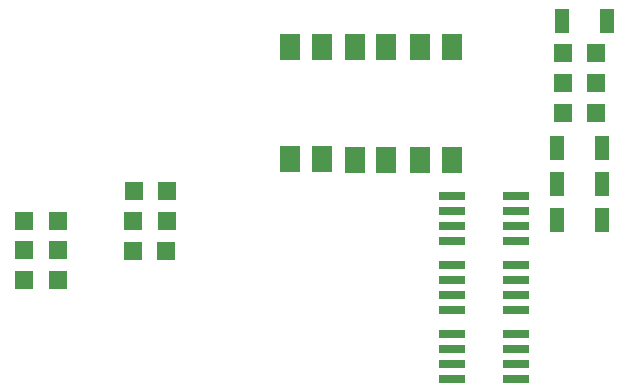
<source format=gbr>
%FSLAX34Y34*%
%MOMM*%
%LNSMDMASK_TOP*%
G71*
G01*
%ADD10R,1.600X1.600*%
%ADD11R,1.300X2.000*%
%ADD12R,1.700X2.300*%
%ADD13R,2.200X0.700*%
%LPD*%
X103172Y152250D02*
G54D10*
D03*
X75172Y152250D02*
G54D10*
D03*
X103172Y177253D02*
G54D10*
D03*
X75172Y177253D02*
G54D10*
D03*
X568235Y371131D02*
G54D11*
D03*
X530635Y371231D02*
G54D11*
D03*
X563857Y263821D02*
G54D11*
D03*
X526257Y263921D02*
G54D11*
D03*
X354666Y253917D02*
G54D12*
D03*
X381654Y253917D02*
G54D12*
D03*
X381654Y349092D02*
G54D12*
D03*
X354666Y349092D02*
G54D12*
D03*
X300038Y254075D02*
G54D12*
D03*
X327025Y254075D02*
G54D12*
D03*
X327025Y349250D02*
G54D12*
D03*
X300038Y349250D02*
G54D12*
D03*
X195062Y176867D02*
G54D10*
D03*
X167062Y176867D02*
G54D10*
D03*
X195458Y202267D02*
G54D10*
D03*
X167458Y202267D02*
G54D10*
D03*
X559491Y318987D02*
G54D10*
D03*
X531491Y318987D02*
G54D10*
D03*
X559491Y293587D02*
G54D10*
D03*
X531491Y293587D02*
G54D10*
D03*
X195855Y227667D02*
G54D10*
D03*
X167855Y227667D02*
G54D10*
D03*
X559491Y344387D02*
G54D10*
D03*
X531491Y344387D02*
G54D10*
D03*
X409832Y253917D02*
G54D12*
D03*
X436820Y253917D02*
G54D12*
D03*
X436820Y349092D02*
G54D12*
D03*
X409832Y349092D02*
G54D12*
D03*
X437301Y223282D02*
G54D13*
D03*
X437301Y210582D02*
G54D13*
D03*
X437301Y197882D02*
G54D13*
D03*
X437301Y185182D02*
G54D13*
D03*
X491301Y185182D02*
G54D13*
D03*
X491301Y197882D02*
G54D13*
D03*
X491301Y210582D02*
G54D13*
D03*
X491301Y223282D02*
G54D13*
D03*
X437301Y164941D02*
G54D13*
D03*
X437301Y152241D02*
G54D13*
D03*
X437301Y139542D02*
G54D13*
D03*
X437301Y126841D02*
G54D13*
D03*
X491301Y126841D02*
G54D13*
D03*
X491301Y139542D02*
G54D13*
D03*
X491301Y152241D02*
G54D13*
D03*
X491301Y164942D02*
G54D13*
D03*
X437301Y106601D02*
G54D13*
D03*
X437301Y93901D02*
G54D13*
D03*
X437301Y81201D02*
G54D13*
D03*
X437301Y68501D02*
G54D13*
D03*
X491301Y68501D02*
G54D13*
D03*
X491301Y81201D02*
G54D13*
D03*
X491301Y93901D02*
G54D13*
D03*
X491301Y106601D02*
G54D13*
D03*
X103172Y202256D02*
G54D10*
D03*
X75172Y202256D02*
G54D10*
D03*
X563857Y233262D02*
G54D11*
D03*
X526257Y233362D02*
G54D11*
D03*
X563857Y202306D02*
G54D11*
D03*
X526257Y202406D02*
G54D11*
D03*
M02*

</source>
